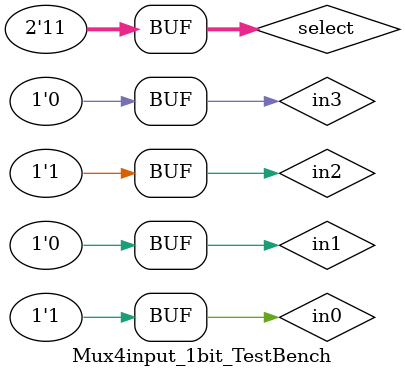
<source format=v>
module Mux4input_1bit_TestBench;

reg in0, in1, in2, in3;
reg [1:0] select;
wire out;

Mux4input_1bit component(in0, in1, in2, in3, out, select);
initial begin

	$monitor(" in0 = %b, in1 = %b, in2 = %b, in3 = %b, select = %b, out = %b", in0, in1, in2, in3, select, out);
	#20
	in0 = 1'b0;
	in1 = 1'b1;
	in2 = 1'b0;
	in3 = 1'b1;
	select = 2'b00;
	#20
	in0 = 1'b0;
	in1 = 1'b1;
	in2 = 1'b0;
	in3 = 1'b1;
	select = 2'b01;
	#20
	in0 = 1'b0;
	in1 = 1'b1;
	in2 = 1'b0;
	in3 = 1'b1;
	select = 2'b10;
	#20
	in0 = 1'b0;
	in1 = 1'b1;
	in2 = 1'b0;
	in3 = 1'b1;
	select = 2'b11;
	#20
	in0 = 1'b1;
	in1 = 1'b0;
	in2 = 1'b1;
	in3 = 1'b0;
	select = 2'b00;
	#20
	in0 = 1'b1;
	in1 = 1'b0;
	in2 = 1'b1;
	in3 = 1'b0;
	select = 2'b01;
	#20
	in0 = 1'b1;
	in1 = 1'b0;
	in2 = 1'b1;
	in3 = 1'b0;
	select = 2'b10;
	#20
	in0 = 1'b1;
	in1 = 1'b0;
	in2 = 1'b1;
	in3 = 1'b0;
	select = 2'b11;

end

endmodule

</source>
